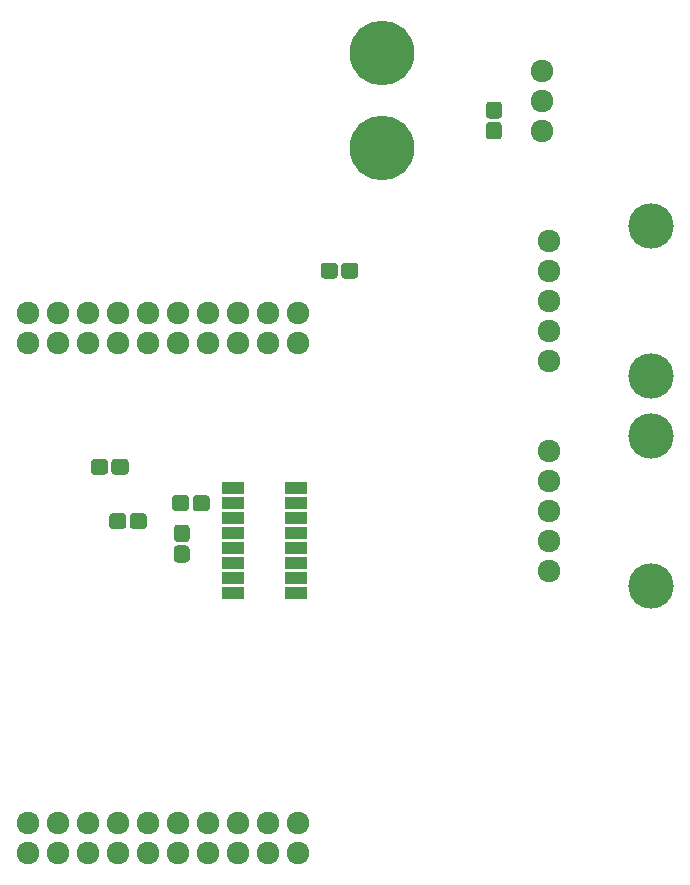
<source format=gbr>
G04 #@! TF.GenerationSoftware,KiCad,Pcbnew,(5.0.0)*
G04 #@! TF.CreationDate,2018-10-03T21:48:04-05:00*
G04 #@! TF.ProjectId,DriveBoard_Hardware,4472697665426F6172645F4861726477,rev?*
G04 #@! TF.SameCoordinates,Original*
G04 #@! TF.FileFunction,Soldermask,Top*
G04 #@! TF.FilePolarity,Negative*
%FSLAX46Y46*%
G04 Gerber Fmt 4.6, Leading zero omitted, Abs format (unit mm)*
G04 Created by KiCad (PCBNEW (5.0.0)) date 10/03/18 21:48:04*
%MOMM*%
%LPD*%
G01*
G04 APERTURE LIST*
%ADD10R,1.900000X1.000000*%
%ADD11C,1.920000*%
%ADD12C,0.100000*%
%ADD13C,1.350000*%
%ADD14C,5.480000*%
%ADD15C,1.924000*%
%ADD16C,3.850000*%
G04 APERTURE END LIST*
D10*
G04 #@! TO.C,U2*
X130650000Y-89535000D03*
X130650000Y-90805000D03*
X130650000Y-92075000D03*
X130650000Y-93345000D03*
X130650000Y-94615000D03*
X130650000Y-95885000D03*
X130650000Y-97155000D03*
X130650000Y-98425000D03*
X136050000Y-98425000D03*
X136050000Y-97155000D03*
X136050000Y-95885000D03*
X136050000Y-94615000D03*
X136050000Y-93345000D03*
X136050000Y-92075000D03*
X136050000Y-90805000D03*
X136050000Y-89535000D03*
G04 #@! TD*
D11*
G04 #@! TO.C,U1*
X118389001Y-74675001D03*
X115849001Y-74675001D03*
X113309001Y-74675001D03*
X136169001Y-77215001D03*
X133629001Y-77215001D03*
X131089001Y-77215001D03*
X128549001Y-77215001D03*
X126009001Y-77215001D03*
X123469001Y-77215001D03*
X120929001Y-77215001D03*
X118389001Y-77215001D03*
X115849001Y-77215001D03*
X113309001Y-77215001D03*
X136169001Y-120395001D03*
X131089001Y-120395001D03*
X126009001Y-120395001D03*
X123469001Y-120395001D03*
X120929001Y-120395001D03*
X118389001Y-120395001D03*
X115849001Y-120395001D03*
X136169001Y-117855001D03*
X131089001Y-117855001D03*
X120929001Y-117855001D03*
X118389001Y-117855001D03*
X115849001Y-117855001D03*
X113309001Y-117855001D03*
X126009001Y-117855001D03*
X128549001Y-117855001D03*
X133629001Y-120395001D03*
X120929001Y-74675001D03*
X123469001Y-74675001D03*
X133629001Y-117855001D03*
X128549001Y-120395001D03*
X131089001Y-74675001D03*
X128549001Y-74675001D03*
X123469001Y-117855001D03*
X126009001Y-74675001D03*
X133629001Y-74675001D03*
X136169001Y-74675001D03*
X113309001Y-120395001D03*
G04 #@! TD*
D12*
G04 #@! TO.C,C1*
G36*
X128408581Y-90131625D02*
X128441343Y-90136485D01*
X128473471Y-90144533D01*
X128504656Y-90155691D01*
X128534596Y-90169852D01*
X128563005Y-90186879D01*
X128589608Y-90206609D01*
X128614149Y-90228851D01*
X128636391Y-90253392D01*
X128656121Y-90279995D01*
X128673148Y-90308404D01*
X128687309Y-90338344D01*
X128698467Y-90369529D01*
X128706515Y-90401657D01*
X128711375Y-90434419D01*
X128713000Y-90467500D01*
X128713000Y-91142500D01*
X128711375Y-91175581D01*
X128706515Y-91208343D01*
X128698467Y-91240471D01*
X128687309Y-91271656D01*
X128673148Y-91301596D01*
X128656121Y-91330005D01*
X128636391Y-91356608D01*
X128614149Y-91381149D01*
X128589608Y-91403391D01*
X128563005Y-91423121D01*
X128534596Y-91440148D01*
X128504656Y-91454309D01*
X128473471Y-91465467D01*
X128441343Y-91473515D01*
X128408581Y-91478375D01*
X128375500Y-91480000D01*
X127600500Y-91480000D01*
X127567419Y-91478375D01*
X127534657Y-91473515D01*
X127502529Y-91465467D01*
X127471344Y-91454309D01*
X127441404Y-91440148D01*
X127412995Y-91423121D01*
X127386392Y-91403391D01*
X127361851Y-91381149D01*
X127339609Y-91356608D01*
X127319879Y-91330005D01*
X127302852Y-91301596D01*
X127288691Y-91271656D01*
X127277533Y-91240471D01*
X127269485Y-91208343D01*
X127264625Y-91175581D01*
X127263000Y-91142500D01*
X127263000Y-90467500D01*
X127264625Y-90434419D01*
X127269485Y-90401657D01*
X127277533Y-90369529D01*
X127288691Y-90338344D01*
X127302852Y-90308404D01*
X127319879Y-90279995D01*
X127339609Y-90253392D01*
X127361851Y-90228851D01*
X127386392Y-90206609D01*
X127412995Y-90186879D01*
X127441404Y-90169852D01*
X127471344Y-90155691D01*
X127502529Y-90144533D01*
X127534657Y-90136485D01*
X127567419Y-90131625D01*
X127600500Y-90130000D01*
X128375500Y-90130000D01*
X128408581Y-90131625D01*
X128408581Y-90131625D01*
G37*
D13*
X127988000Y-90805000D03*
D12*
G36*
X126658581Y-90131625D02*
X126691343Y-90136485D01*
X126723471Y-90144533D01*
X126754656Y-90155691D01*
X126784596Y-90169852D01*
X126813005Y-90186879D01*
X126839608Y-90206609D01*
X126864149Y-90228851D01*
X126886391Y-90253392D01*
X126906121Y-90279995D01*
X126923148Y-90308404D01*
X126937309Y-90338344D01*
X126948467Y-90369529D01*
X126956515Y-90401657D01*
X126961375Y-90434419D01*
X126963000Y-90467500D01*
X126963000Y-91142500D01*
X126961375Y-91175581D01*
X126956515Y-91208343D01*
X126948467Y-91240471D01*
X126937309Y-91271656D01*
X126923148Y-91301596D01*
X126906121Y-91330005D01*
X126886391Y-91356608D01*
X126864149Y-91381149D01*
X126839608Y-91403391D01*
X126813005Y-91423121D01*
X126784596Y-91440148D01*
X126754656Y-91454309D01*
X126723471Y-91465467D01*
X126691343Y-91473515D01*
X126658581Y-91478375D01*
X126625500Y-91480000D01*
X125850500Y-91480000D01*
X125817419Y-91478375D01*
X125784657Y-91473515D01*
X125752529Y-91465467D01*
X125721344Y-91454309D01*
X125691404Y-91440148D01*
X125662995Y-91423121D01*
X125636392Y-91403391D01*
X125611851Y-91381149D01*
X125589609Y-91356608D01*
X125569879Y-91330005D01*
X125552852Y-91301596D01*
X125538691Y-91271656D01*
X125527533Y-91240471D01*
X125519485Y-91208343D01*
X125514625Y-91175581D01*
X125513000Y-91142500D01*
X125513000Y-90467500D01*
X125514625Y-90434419D01*
X125519485Y-90401657D01*
X125527533Y-90369529D01*
X125538691Y-90338344D01*
X125552852Y-90308404D01*
X125569879Y-90279995D01*
X125589609Y-90253392D01*
X125611851Y-90228851D01*
X125636392Y-90206609D01*
X125662995Y-90186879D01*
X125691404Y-90169852D01*
X125721344Y-90155691D01*
X125752529Y-90144533D01*
X125784657Y-90136485D01*
X125817419Y-90131625D01*
X125850500Y-90130000D01*
X126625500Y-90130000D01*
X126658581Y-90131625D01*
X126658581Y-90131625D01*
G37*
D13*
X126238000Y-90805000D03*
G04 #@! TD*
D12*
G04 #@! TO.C,C2*
G36*
X139245581Y-70446625D02*
X139278343Y-70451485D01*
X139310471Y-70459533D01*
X139341656Y-70470691D01*
X139371596Y-70484852D01*
X139400005Y-70501879D01*
X139426608Y-70521609D01*
X139451149Y-70543851D01*
X139473391Y-70568392D01*
X139493121Y-70594995D01*
X139510148Y-70623404D01*
X139524309Y-70653344D01*
X139535467Y-70684529D01*
X139543515Y-70716657D01*
X139548375Y-70749419D01*
X139550000Y-70782500D01*
X139550000Y-71457500D01*
X139548375Y-71490581D01*
X139543515Y-71523343D01*
X139535467Y-71555471D01*
X139524309Y-71586656D01*
X139510148Y-71616596D01*
X139493121Y-71645005D01*
X139473391Y-71671608D01*
X139451149Y-71696149D01*
X139426608Y-71718391D01*
X139400005Y-71738121D01*
X139371596Y-71755148D01*
X139341656Y-71769309D01*
X139310471Y-71780467D01*
X139278343Y-71788515D01*
X139245581Y-71793375D01*
X139212500Y-71795000D01*
X138437500Y-71795000D01*
X138404419Y-71793375D01*
X138371657Y-71788515D01*
X138339529Y-71780467D01*
X138308344Y-71769309D01*
X138278404Y-71755148D01*
X138249995Y-71738121D01*
X138223392Y-71718391D01*
X138198851Y-71696149D01*
X138176609Y-71671608D01*
X138156879Y-71645005D01*
X138139852Y-71616596D01*
X138125691Y-71586656D01*
X138114533Y-71555471D01*
X138106485Y-71523343D01*
X138101625Y-71490581D01*
X138100000Y-71457500D01*
X138100000Y-70782500D01*
X138101625Y-70749419D01*
X138106485Y-70716657D01*
X138114533Y-70684529D01*
X138125691Y-70653344D01*
X138139852Y-70623404D01*
X138156879Y-70594995D01*
X138176609Y-70568392D01*
X138198851Y-70543851D01*
X138223392Y-70521609D01*
X138249995Y-70501879D01*
X138278404Y-70484852D01*
X138308344Y-70470691D01*
X138339529Y-70459533D01*
X138371657Y-70451485D01*
X138404419Y-70446625D01*
X138437500Y-70445000D01*
X139212500Y-70445000D01*
X139245581Y-70446625D01*
X139245581Y-70446625D01*
G37*
D13*
X138825000Y-71120000D03*
D12*
G36*
X140995581Y-70446625D02*
X141028343Y-70451485D01*
X141060471Y-70459533D01*
X141091656Y-70470691D01*
X141121596Y-70484852D01*
X141150005Y-70501879D01*
X141176608Y-70521609D01*
X141201149Y-70543851D01*
X141223391Y-70568392D01*
X141243121Y-70594995D01*
X141260148Y-70623404D01*
X141274309Y-70653344D01*
X141285467Y-70684529D01*
X141293515Y-70716657D01*
X141298375Y-70749419D01*
X141300000Y-70782500D01*
X141300000Y-71457500D01*
X141298375Y-71490581D01*
X141293515Y-71523343D01*
X141285467Y-71555471D01*
X141274309Y-71586656D01*
X141260148Y-71616596D01*
X141243121Y-71645005D01*
X141223391Y-71671608D01*
X141201149Y-71696149D01*
X141176608Y-71718391D01*
X141150005Y-71738121D01*
X141121596Y-71755148D01*
X141091656Y-71769309D01*
X141060471Y-71780467D01*
X141028343Y-71788515D01*
X140995581Y-71793375D01*
X140962500Y-71795000D01*
X140187500Y-71795000D01*
X140154419Y-71793375D01*
X140121657Y-71788515D01*
X140089529Y-71780467D01*
X140058344Y-71769309D01*
X140028404Y-71755148D01*
X139999995Y-71738121D01*
X139973392Y-71718391D01*
X139948851Y-71696149D01*
X139926609Y-71671608D01*
X139906879Y-71645005D01*
X139889852Y-71616596D01*
X139875691Y-71586656D01*
X139864533Y-71555471D01*
X139856485Y-71523343D01*
X139851625Y-71490581D01*
X139850000Y-71457500D01*
X139850000Y-70782500D01*
X139851625Y-70749419D01*
X139856485Y-70716657D01*
X139864533Y-70684529D01*
X139875691Y-70653344D01*
X139889852Y-70623404D01*
X139906879Y-70594995D01*
X139926609Y-70568392D01*
X139948851Y-70543851D01*
X139973392Y-70521609D01*
X139999995Y-70501879D01*
X140028404Y-70484852D01*
X140058344Y-70470691D01*
X140089529Y-70459533D01*
X140121657Y-70451485D01*
X140154419Y-70446625D01*
X140187500Y-70445000D01*
X140962500Y-70445000D01*
X140995581Y-70446625D01*
X140995581Y-70446625D01*
G37*
D13*
X140575000Y-71120000D03*
G04 #@! TD*
D12*
G04 #@! TO.C,C3*
G36*
X153151581Y-58557625D02*
X153184343Y-58562485D01*
X153216471Y-58570533D01*
X153247656Y-58581691D01*
X153277596Y-58595852D01*
X153306005Y-58612879D01*
X153332608Y-58632609D01*
X153357149Y-58654851D01*
X153379391Y-58679392D01*
X153399121Y-58705995D01*
X153416148Y-58734404D01*
X153430309Y-58764344D01*
X153441467Y-58795529D01*
X153449515Y-58827657D01*
X153454375Y-58860419D01*
X153456000Y-58893500D01*
X153456000Y-59668500D01*
X153454375Y-59701581D01*
X153449515Y-59734343D01*
X153441467Y-59766471D01*
X153430309Y-59797656D01*
X153416148Y-59827596D01*
X153399121Y-59856005D01*
X153379391Y-59882608D01*
X153357149Y-59907149D01*
X153332608Y-59929391D01*
X153306005Y-59949121D01*
X153277596Y-59966148D01*
X153247656Y-59980309D01*
X153216471Y-59991467D01*
X153184343Y-59999515D01*
X153151581Y-60004375D01*
X153118500Y-60006000D01*
X152443500Y-60006000D01*
X152410419Y-60004375D01*
X152377657Y-59999515D01*
X152345529Y-59991467D01*
X152314344Y-59980309D01*
X152284404Y-59966148D01*
X152255995Y-59949121D01*
X152229392Y-59929391D01*
X152204851Y-59907149D01*
X152182609Y-59882608D01*
X152162879Y-59856005D01*
X152145852Y-59827596D01*
X152131691Y-59797656D01*
X152120533Y-59766471D01*
X152112485Y-59734343D01*
X152107625Y-59701581D01*
X152106000Y-59668500D01*
X152106000Y-58893500D01*
X152107625Y-58860419D01*
X152112485Y-58827657D01*
X152120533Y-58795529D01*
X152131691Y-58764344D01*
X152145852Y-58734404D01*
X152162879Y-58705995D01*
X152182609Y-58679392D01*
X152204851Y-58654851D01*
X152229392Y-58632609D01*
X152255995Y-58612879D01*
X152284404Y-58595852D01*
X152314344Y-58581691D01*
X152345529Y-58570533D01*
X152377657Y-58562485D01*
X152410419Y-58557625D01*
X152443500Y-58556000D01*
X153118500Y-58556000D01*
X153151581Y-58557625D01*
X153151581Y-58557625D01*
G37*
D13*
X152781000Y-59281000D03*
D12*
G36*
X153151581Y-56807625D02*
X153184343Y-56812485D01*
X153216471Y-56820533D01*
X153247656Y-56831691D01*
X153277596Y-56845852D01*
X153306005Y-56862879D01*
X153332608Y-56882609D01*
X153357149Y-56904851D01*
X153379391Y-56929392D01*
X153399121Y-56955995D01*
X153416148Y-56984404D01*
X153430309Y-57014344D01*
X153441467Y-57045529D01*
X153449515Y-57077657D01*
X153454375Y-57110419D01*
X153456000Y-57143500D01*
X153456000Y-57918500D01*
X153454375Y-57951581D01*
X153449515Y-57984343D01*
X153441467Y-58016471D01*
X153430309Y-58047656D01*
X153416148Y-58077596D01*
X153399121Y-58106005D01*
X153379391Y-58132608D01*
X153357149Y-58157149D01*
X153332608Y-58179391D01*
X153306005Y-58199121D01*
X153277596Y-58216148D01*
X153247656Y-58230309D01*
X153216471Y-58241467D01*
X153184343Y-58249515D01*
X153151581Y-58254375D01*
X153118500Y-58256000D01*
X152443500Y-58256000D01*
X152410419Y-58254375D01*
X152377657Y-58249515D01*
X152345529Y-58241467D01*
X152314344Y-58230309D01*
X152284404Y-58216148D01*
X152255995Y-58199121D01*
X152229392Y-58179391D01*
X152204851Y-58157149D01*
X152182609Y-58132608D01*
X152162879Y-58106005D01*
X152145852Y-58077596D01*
X152131691Y-58047656D01*
X152120533Y-58016471D01*
X152112485Y-57984343D01*
X152107625Y-57951581D01*
X152106000Y-57918500D01*
X152106000Y-57143500D01*
X152107625Y-57110419D01*
X152112485Y-57077657D01*
X152120533Y-57045529D01*
X152131691Y-57014344D01*
X152145852Y-56984404D01*
X152162879Y-56955995D01*
X152182609Y-56929392D01*
X152204851Y-56904851D01*
X152229392Y-56882609D01*
X152255995Y-56862879D01*
X152284404Y-56845852D01*
X152314344Y-56831691D01*
X152345529Y-56820533D01*
X152377657Y-56812485D01*
X152410419Y-56807625D01*
X152443500Y-56806000D01*
X153118500Y-56806000D01*
X153151581Y-56807625D01*
X153151581Y-56807625D01*
G37*
D13*
X152781000Y-57531000D03*
G04 #@! TD*
D12*
G04 #@! TO.C,C4*
G36*
X121338581Y-91655625D02*
X121371343Y-91660485D01*
X121403471Y-91668533D01*
X121434656Y-91679691D01*
X121464596Y-91693852D01*
X121493005Y-91710879D01*
X121519608Y-91730609D01*
X121544149Y-91752851D01*
X121566391Y-91777392D01*
X121586121Y-91803995D01*
X121603148Y-91832404D01*
X121617309Y-91862344D01*
X121628467Y-91893529D01*
X121636515Y-91925657D01*
X121641375Y-91958419D01*
X121643000Y-91991500D01*
X121643000Y-92666500D01*
X121641375Y-92699581D01*
X121636515Y-92732343D01*
X121628467Y-92764471D01*
X121617309Y-92795656D01*
X121603148Y-92825596D01*
X121586121Y-92854005D01*
X121566391Y-92880608D01*
X121544149Y-92905149D01*
X121519608Y-92927391D01*
X121493005Y-92947121D01*
X121464596Y-92964148D01*
X121434656Y-92978309D01*
X121403471Y-92989467D01*
X121371343Y-92997515D01*
X121338581Y-93002375D01*
X121305500Y-93004000D01*
X120530500Y-93004000D01*
X120497419Y-93002375D01*
X120464657Y-92997515D01*
X120432529Y-92989467D01*
X120401344Y-92978309D01*
X120371404Y-92964148D01*
X120342995Y-92947121D01*
X120316392Y-92927391D01*
X120291851Y-92905149D01*
X120269609Y-92880608D01*
X120249879Y-92854005D01*
X120232852Y-92825596D01*
X120218691Y-92795656D01*
X120207533Y-92764471D01*
X120199485Y-92732343D01*
X120194625Y-92699581D01*
X120193000Y-92666500D01*
X120193000Y-91991500D01*
X120194625Y-91958419D01*
X120199485Y-91925657D01*
X120207533Y-91893529D01*
X120218691Y-91862344D01*
X120232852Y-91832404D01*
X120249879Y-91803995D01*
X120269609Y-91777392D01*
X120291851Y-91752851D01*
X120316392Y-91730609D01*
X120342995Y-91710879D01*
X120371404Y-91693852D01*
X120401344Y-91679691D01*
X120432529Y-91668533D01*
X120464657Y-91660485D01*
X120497419Y-91655625D01*
X120530500Y-91654000D01*
X121305500Y-91654000D01*
X121338581Y-91655625D01*
X121338581Y-91655625D01*
G37*
D13*
X120918000Y-92329000D03*
D12*
G36*
X123088581Y-91655625D02*
X123121343Y-91660485D01*
X123153471Y-91668533D01*
X123184656Y-91679691D01*
X123214596Y-91693852D01*
X123243005Y-91710879D01*
X123269608Y-91730609D01*
X123294149Y-91752851D01*
X123316391Y-91777392D01*
X123336121Y-91803995D01*
X123353148Y-91832404D01*
X123367309Y-91862344D01*
X123378467Y-91893529D01*
X123386515Y-91925657D01*
X123391375Y-91958419D01*
X123393000Y-91991500D01*
X123393000Y-92666500D01*
X123391375Y-92699581D01*
X123386515Y-92732343D01*
X123378467Y-92764471D01*
X123367309Y-92795656D01*
X123353148Y-92825596D01*
X123336121Y-92854005D01*
X123316391Y-92880608D01*
X123294149Y-92905149D01*
X123269608Y-92927391D01*
X123243005Y-92947121D01*
X123214596Y-92964148D01*
X123184656Y-92978309D01*
X123153471Y-92989467D01*
X123121343Y-92997515D01*
X123088581Y-93002375D01*
X123055500Y-93004000D01*
X122280500Y-93004000D01*
X122247419Y-93002375D01*
X122214657Y-92997515D01*
X122182529Y-92989467D01*
X122151344Y-92978309D01*
X122121404Y-92964148D01*
X122092995Y-92947121D01*
X122066392Y-92927391D01*
X122041851Y-92905149D01*
X122019609Y-92880608D01*
X121999879Y-92854005D01*
X121982852Y-92825596D01*
X121968691Y-92795656D01*
X121957533Y-92764471D01*
X121949485Y-92732343D01*
X121944625Y-92699581D01*
X121943000Y-92666500D01*
X121943000Y-91991500D01*
X121944625Y-91958419D01*
X121949485Y-91925657D01*
X121957533Y-91893529D01*
X121968691Y-91862344D01*
X121982852Y-91832404D01*
X121999879Y-91803995D01*
X122019609Y-91777392D01*
X122041851Y-91752851D01*
X122066392Y-91730609D01*
X122092995Y-91710879D01*
X122121404Y-91693852D01*
X122151344Y-91679691D01*
X122182529Y-91668533D01*
X122214657Y-91660485D01*
X122247419Y-91655625D01*
X122280500Y-91654000D01*
X123055500Y-91654000D01*
X123088581Y-91655625D01*
X123088581Y-91655625D01*
G37*
D13*
X122668000Y-92329000D03*
G04 #@! TD*
D12*
G04 #@! TO.C,C5*
G36*
X126707523Y-94391270D02*
X126740285Y-94396130D01*
X126772413Y-94404178D01*
X126803598Y-94415336D01*
X126833538Y-94429497D01*
X126861947Y-94446524D01*
X126888550Y-94466254D01*
X126913091Y-94488496D01*
X126935333Y-94513037D01*
X126955063Y-94539640D01*
X126972090Y-94568049D01*
X126986251Y-94597989D01*
X126997409Y-94629174D01*
X127005457Y-94661302D01*
X127010317Y-94694064D01*
X127011942Y-94727145D01*
X127011942Y-95502145D01*
X127010317Y-95535226D01*
X127005457Y-95567988D01*
X126997409Y-95600116D01*
X126986251Y-95631301D01*
X126972090Y-95661241D01*
X126955063Y-95689650D01*
X126935333Y-95716253D01*
X126913091Y-95740794D01*
X126888550Y-95763036D01*
X126861947Y-95782766D01*
X126833538Y-95799793D01*
X126803598Y-95813954D01*
X126772413Y-95825112D01*
X126740285Y-95833160D01*
X126707523Y-95838020D01*
X126674442Y-95839645D01*
X125999442Y-95839645D01*
X125966361Y-95838020D01*
X125933599Y-95833160D01*
X125901471Y-95825112D01*
X125870286Y-95813954D01*
X125840346Y-95799793D01*
X125811937Y-95782766D01*
X125785334Y-95763036D01*
X125760793Y-95740794D01*
X125738551Y-95716253D01*
X125718821Y-95689650D01*
X125701794Y-95661241D01*
X125687633Y-95631301D01*
X125676475Y-95600116D01*
X125668427Y-95567988D01*
X125663567Y-95535226D01*
X125661942Y-95502145D01*
X125661942Y-94727145D01*
X125663567Y-94694064D01*
X125668427Y-94661302D01*
X125676475Y-94629174D01*
X125687633Y-94597989D01*
X125701794Y-94568049D01*
X125718821Y-94539640D01*
X125738551Y-94513037D01*
X125760793Y-94488496D01*
X125785334Y-94466254D01*
X125811937Y-94446524D01*
X125840346Y-94429497D01*
X125870286Y-94415336D01*
X125901471Y-94404178D01*
X125933599Y-94396130D01*
X125966361Y-94391270D01*
X125999442Y-94389645D01*
X126674442Y-94389645D01*
X126707523Y-94391270D01*
X126707523Y-94391270D01*
G37*
D13*
X126336942Y-95114645D03*
D12*
G36*
X126707523Y-92641270D02*
X126740285Y-92646130D01*
X126772413Y-92654178D01*
X126803598Y-92665336D01*
X126833538Y-92679497D01*
X126861947Y-92696524D01*
X126888550Y-92716254D01*
X126913091Y-92738496D01*
X126935333Y-92763037D01*
X126955063Y-92789640D01*
X126972090Y-92818049D01*
X126986251Y-92847989D01*
X126997409Y-92879174D01*
X127005457Y-92911302D01*
X127010317Y-92944064D01*
X127011942Y-92977145D01*
X127011942Y-93752145D01*
X127010317Y-93785226D01*
X127005457Y-93817988D01*
X126997409Y-93850116D01*
X126986251Y-93881301D01*
X126972090Y-93911241D01*
X126955063Y-93939650D01*
X126935333Y-93966253D01*
X126913091Y-93990794D01*
X126888550Y-94013036D01*
X126861947Y-94032766D01*
X126833538Y-94049793D01*
X126803598Y-94063954D01*
X126772413Y-94075112D01*
X126740285Y-94083160D01*
X126707523Y-94088020D01*
X126674442Y-94089645D01*
X125999442Y-94089645D01*
X125966361Y-94088020D01*
X125933599Y-94083160D01*
X125901471Y-94075112D01*
X125870286Y-94063954D01*
X125840346Y-94049793D01*
X125811937Y-94032766D01*
X125785334Y-94013036D01*
X125760793Y-93990794D01*
X125738551Y-93966253D01*
X125718821Y-93939650D01*
X125701794Y-93911241D01*
X125687633Y-93881301D01*
X125676475Y-93850116D01*
X125668427Y-93817988D01*
X125663567Y-93785226D01*
X125661942Y-93752145D01*
X125661942Y-92977145D01*
X125663567Y-92944064D01*
X125668427Y-92911302D01*
X125676475Y-92879174D01*
X125687633Y-92847989D01*
X125701794Y-92818049D01*
X125718821Y-92789640D01*
X125738551Y-92763037D01*
X125760793Y-92738496D01*
X125785334Y-92716254D01*
X125811937Y-92696524D01*
X125840346Y-92679497D01*
X125870286Y-92665336D01*
X125901471Y-92654178D01*
X125933599Y-92646130D01*
X125966361Y-92641270D01*
X125999442Y-92639645D01*
X126674442Y-92639645D01*
X126707523Y-92641270D01*
X126707523Y-92641270D01*
G37*
D13*
X126336942Y-93364645D03*
G04 #@! TD*
D12*
G04 #@! TO.C,C6*
G36*
X121539181Y-87058225D02*
X121571943Y-87063085D01*
X121604071Y-87071133D01*
X121635256Y-87082291D01*
X121665196Y-87096452D01*
X121693605Y-87113479D01*
X121720208Y-87133209D01*
X121744749Y-87155451D01*
X121766991Y-87179992D01*
X121786721Y-87206595D01*
X121803748Y-87235004D01*
X121817909Y-87264944D01*
X121829067Y-87296129D01*
X121837115Y-87328257D01*
X121841975Y-87361019D01*
X121843600Y-87394100D01*
X121843600Y-88069100D01*
X121841975Y-88102181D01*
X121837115Y-88134943D01*
X121829067Y-88167071D01*
X121817909Y-88198256D01*
X121803748Y-88228196D01*
X121786721Y-88256605D01*
X121766991Y-88283208D01*
X121744749Y-88307749D01*
X121720208Y-88329991D01*
X121693605Y-88349721D01*
X121665196Y-88366748D01*
X121635256Y-88380909D01*
X121604071Y-88392067D01*
X121571943Y-88400115D01*
X121539181Y-88404975D01*
X121506100Y-88406600D01*
X120731100Y-88406600D01*
X120698019Y-88404975D01*
X120665257Y-88400115D01*
X120633129Y-88392067D01*
X120601944Y-88380909D01*
X120572004Y-88366748D01*
X120543595Y-88349721D01*
X120516992Y-88329991D01*
X120492451Y-88307749D01*
X120470209Y-88283208D01*
X120450479Y-88256605D01*
X120433452Y-88228196D01*
X120419291Y-88198256D01*
X120408133Y-88167071D01*
X120400085Y-88134943D01*
X120395225Y-88102181D01*
X120393600Y-88069100D01*
X120393600Y-87394100D01*
X120395225Y-87361019D01*
X120400085Y-87328257D01*
X120408133Y-87296129D01*
X120419291Y-87264944D01*
X120433452Y-87235004D01*
X120450479Y-87206595D01*
X120470209Y-87179992D01*
X120492451Y-87155451D01*
X120516992Y-87133209D01*
X120543595Y-87113479D01*
X120572004Y-87096452D01*
X120601944Y-87082291D01*
X120633129Y-87071133D01*
X120665257Y-87063085D01*
X120698019Y-87058225D01*
X120731100Y-87056600D01*
X121506100Y-87056600D01*
X121539181Y-87058225D01*
X121539181Y-87058225D01*
G37*
D13*
X121118600Y-87731600D03*
D12*
G36*
X119789181Y-87058225D02*
X119821943Y-87063085D01*
X119854071Y-87071133D01*
X119885256Y-87082291D01*
X119915196Y-87096452D01*
X119943605Y-87113479D01*
X119970208Y-87133209D01*
X119994749Y-87155451D01*
X120016991Y-87179992D01*
X120036721Y-87206595D01*
X120053748Y-87235004D01*
X120067909Y-87264944D01*
X120079067Y-87296129D01*
X120087115Y-87328257D01*
X120091975Y-87361019D01*
X120093600Y-87394100D01*
X120093600Y-88069100D01*
X120091975Y-88102181D01*
X120087115Y-88134943D01*
X120079067Y-88167071D01*
X120067909Y-88198256D01*
X120053748Y-88228196D01*
X120036721Y-88256605D01*
X120016991Y-88283208D01*
X119994749Y-88307749D01*
X119970208Y-88329991D01*
X119943605Y-88349721D01*
X119915196Y-88366748D01*
X119885256Y-88380909D01*
X119854071Y-88392067D01*
X119821943Y-88400115D01*
X119789181Y-88404975D01*
X119756100Y-88406600D01*
X118981100Y-88406600D01*
X118948019Y-88404975D01*
X118915257Y-88400115D01*
X118883129Y-88392067D01*
X118851944Y-88380909D01*
X118822004Y-88366748D01*
X118793595Y-88349721D01*
X118766992Y-88329991D01*
X118742451Y-88307749D01*
X118720209Y-88283208D01*
X118700479Y-88256605D01*
X118683452Y-88228196D01*
X118669291Y-88198256D01*
X118658133Y-88167071D01*
X118650085Y-88134943D01*
X118645225Y-88102181D01*
X118643600Y-88069100D01*
X118643600Y-87394100D01*
X118645225Y-87361019D01*
X118650085Y-87328257D01*
X118658133Y-87296129D01*
X118669291Y-87264944D01*
X118683452Y-87235004D01*
X118700479Y-87206595D01*
X118720209Y-87179992D01*
X118742451Y-87155451D01*
X118766992Y-87133209D01*
X118793595Y-87113479D01*
X118822004Y-87096452D01*
X118851944Y-87082291D01*
X118883129Y-87071133D01*
X118915257Y-87063085D01*
X118948019Y-87058225D01*
X118981100Y-87056600D01*
X119756100Y-87056600D01*
X119789181Y-87058225D01*
X119789181Y-87058225D01*
G37*
D13*
X119368600Y-87731600D03*
G04 #@! TD*
D14*
G04 #@! TO.C,Conn1*
X143281400Y-60707000D03*
X143281400Y-52706000D03*
G04 #@! TD*
D15*
G04 #@! TO.C,Conn2*
X157480000Y-68580000D03*
X157480000Y-71120000D03*
X157480000Y-73660000D03*
X157480000Y-76200000D03*
X157480000Y-78740000D03*
D16*
X166116000Y-67310000D03*
X166116000Y-80010000D03*
G04 #@! TD*
G04 #@! TO.C,Conn3*
X166116000Y-97790000D03*
X166116000Y-85090000D03*
D15*
X157480000Y-96520000D03*
X157480000Y-93980000D03*
X157480000Y-91440000D03*
X157480000Y-88900000D03*
X157480000Y-86360000D03*
G04 #@! TD*
G04 #@! TO.C,U3*
X156819600Y-59334400D03*
X156819600Y-56794400D03*
X156819600Y-54254400D03*
G04 #@! TD*
M02*

</source>
